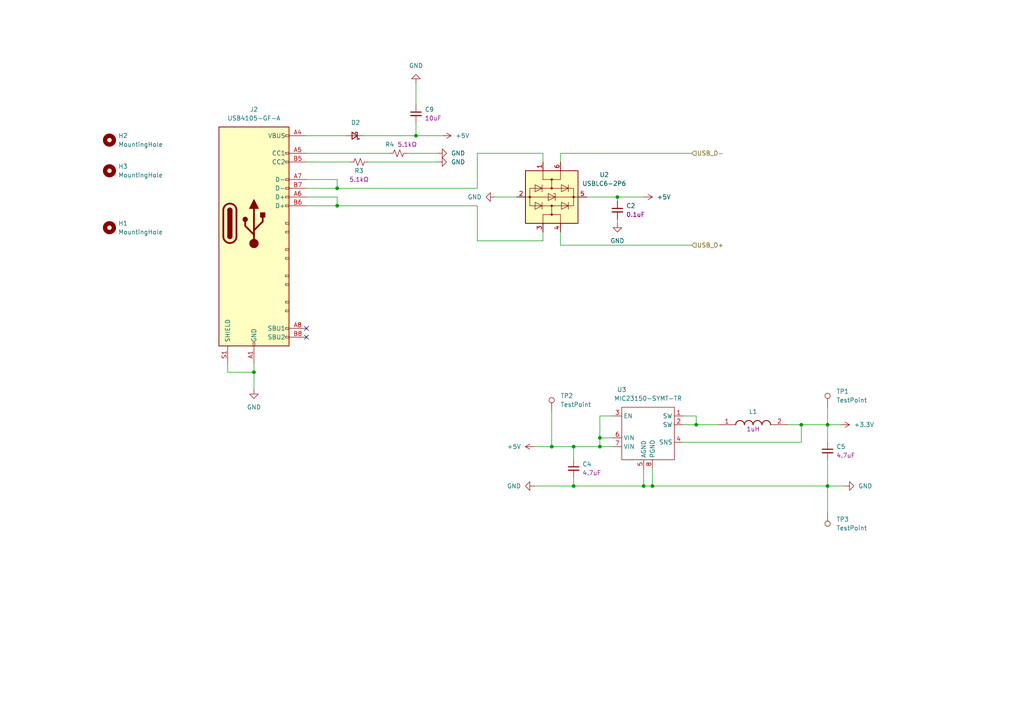
<source format=kicad_sch>
(kicad_sch (version 20230121) (generator eeschema)
  (paper "A4")
  (lib_symbols
    (symbol "Connector:TestPoint" (pin_numbers hide) (pin_names (offset 0.762) hide)
      (property "Reference" "TP" (at 0 6.858 0))
      (property "Value" "TestPoint" (at 0 5.08 0))
      (symbol "TestPoint_0_1"
        (circle (center 0 3.302) (radius 0.762))
      )
      (symbol "TestPoint_1_1"
        (pin passive line (at 0 0 90) (length 2.54) (name "1") (number "1"))
      )
    )
    (symbol "Connector:USB_C_Receptacle" (pin_names (offset 1.016))
      (property "Reference" "J1" (at 0 33.02 0))
      (property "Value" "USB4105-GF-A" (at 0 30.48 0))
      (symbol "USB_C_Receptacle_0_0"
        (rectangle (start -0.254 -35.56) (end 0.254 -34.544))
        (rectangle (start 10.16 -32.766) (end 9.144 -33.274))
        (rectangle (start 10.16 -30.226) (end 9.144 -30.734))
        (rectangle (start 10.16 -25.146) (end 9.144 -25.654))
        (rectangle (start 10.16 -22.606) (end 9.144 -23.114))
        (rectangle (start 10.16 -17.526) (end 9.144 -18.034))
        (rectangle (start 10.16 -14.986) (end 9.144 -15.494))
        (rectangle (start 10.16 -9.906) (end 9.144 -10.414))
        (rectangle (start 10.16 -7.366) (end 9.144 -7.874))
        (rectangle (start 10.16 -2.286) (end 9.144 -2.794))
        (rectangle (start 10.16 0.254) (end 9.144 -0.254))
        (rectangle (start 10.16 5.334) (end 9.144 4.826))
        (rectangle (start 10.16 7.874) (end 9.144 7.366))
        (rectangle (start 10.16 10.414) (end 9.144 9.906))
        (rectangle (start 10.16 12.954) (end 9.144 12.446))
        (rectangle (start 10.16 18.034) (end 9.144 17.526))
        (rectangle (start 10.16 20.574) (end 9.144 20.066))
        (rectangle (start 10.16 25.654) (end 9.144 25.146))
      )
      (symbol "USB_C_Receptacle_0_1"
        (rectangle (start -10.16 27.94) (end 10.16 -35.56) (stroke (width 0.254)) (fill (type background)))
        (arc (start -8.89 -3.81) (mid -6.985 -5.7067) (end -5.08 -3.81) (stroke (width 0.508)))
        (arc (start -7.62 -3.81) (mid -6.985 -4.4423) (end -6.35 -3.81) (stroke (width 0.254)))
        (arc (start -7.62 -3.81) (mid -6.985 -4.4423) (end -6.35 -3.81) (stroke (width 0.254)) (fill (type outline)))
        (rectangle (start -7.62 -3.81) (end -6.35 3.81) (stroke (width 0.254)) (fill (type outline)))
        (arc (start -6.35 3.81) (mid -6.985 4.4423) (end -7.62 3.81) (stroke (width 0.254)))
        (arc (start -6.35 3.81) (mid -6.985 4.4423) (end -7.62 3.81) (stroke (width 0.254)) (fill (type outline)))
        (arc (start -5.08 3.81) (mid -6.985 5.7067) (end -8.89 3.81) (stroke (width 0.508)))
        (polyline (pts (xy -8.89 -3.81) (xy -8.89 3.81)) (stroke (width 0.508)))
        (polyline (pts (xy -5.08 3.81) (xy -5.08 -3.81)) (stroke (width 0.508)))
      )
      (symbol "USB_C_Receptacle_1_1"
        (circle (center -2.54 1.143) (radius 0.635) (stroke (width 0.254)) (fill (type outline)))
        (circle (center 0 -5.842) (radius 1.27) (fill (type outline)))
        (polyline (pts (xy 0 -5.842) (xy 0 4.318)) (stroke (width 0.508)))
        (polyline (pts (xy 0 -3.302) (xy -2.54 -0.762) (xy -2.54 0.508)) (stroke (width 0.508)))
        (polyline (pts (xy 0 -2.032) (xy 2.54 0.508) (xy 2.54 1.778)) (stroke (width 0.508)))
        (polyline (pts (xy -1.27 4.318) (xy 0 6.858) (xy 1.27 4.318) (xy -1.27 4.318)) (stroke (width 0.254)) (fill (type outline)))
        (rectangle (start 1.905 1.778) (end 3.175 3.048) (stroke (width 0.254)) (fill (type outline)))
        (pin passive line (at 0 -40.64 90) (length 5.08) (name "GND") (number "A1"))
        (pin passive line (at 0 -40.64 90) (length 5.08) hide (name "GND") (number "A12"))
        (pin passive line (at 15.24 25.4 180) (length 5.08) (name "VBUS") (number "A4"))
        (pin bidirectional line (at 15.24 20.32 180) (length 5.08) (name "CC1") (number "A5"))
        (pin bidirectional line (at 15.24 7.62 180) (length 5.08) (name "D+") (number "A6"))
        (pin bidirectional line (at 15.24 12.7 180) (length 5.08) (name "D-") (number "A7"))
        (pin bidirectional line (at 15.24 -30.48 180) (length 5.08) (name "SBU1") (number "A8"))
        (pin passive line (at 15.24 25.4 180) (length 5.08) hide (name "VBUS") (number "A9"))
        (pin passive line (at 0 -40.64 90) (length 5.08) hide (name "GND") (number "B1"))
        (pin passive line (at 0 -40.64 90) (length 5.08) hide (name "GND") (number "B12"))
        (pin passive line (at 15.24 25.4 180) (length 5.08) hide (name "VBUS") (number "B4"))
        (pin bidirectional line (at 15.24 17.78 180) (length 5.08) (name "CC2") (number "B5"))
        (pin bidirectional line (at 15.24 5.08 180) (length 5.08) (name "D+") (number "B6"))
        (pin bidirectional line (at 15.24 10.16 180) (length 5.08) (name "D-") (number "B7"))
        (pin bidirectional line (at 15.24 -33.02 180) (length 5.08) (name "SBU2") (number "B8"))
        (pin passive line (at 15.24 25.4 180) (length 5.08) hide (name "VBUS") (number "B9"))
        (pin passive line (at -7.62 -40.64 90) (length 5.08) (name "SHIELD") (number "S1"))
      )
    )
    (symbol "Mechanical:MountingHole" (pin_names (offset 1.016))
      (property "Reference" "H" (at 0 5.08 0))
      (property "Value" "MountingHole" (at 0 3.175 0))
      (symbol "MountingHole_0_1"
        (circle (center 0 0) (radius 1.27) (stroke (width 1.27)))
      )
    )
    (symbol "Power_Protection:USBLC6-2P6" (pin_names hide)
      (property "Reference" "U" (at 2.54 8.89 0))
      (property "Value" "USBLC6-2P6" (at 2.54 -8.89 0))
      (symbol "USBLC6-2P6_0_1"
        (rectangle (start -7.62 -7.62) (end 7.62 7.62) (stroke (width 0.254)) (fill (type background)))
        (circle (center -5.08 0) (radius 0.254) (fill (type outline)))
        (circle (center -2.54 0) (radius 0.254) (fill (type outline)))
        (rectangle (start -2.54 6.35) (end 2.54 -6.35))
        (circle (center 0 -6.35) (radius 0.254) (fill (type outline)))
        (polyline (pts (xy -5.08 -2.54) (xy -7.62 -2.54)))
        (polyline (pts (xy -5.08 0) (xy -5.08 -2.54)))
        (polyline (pts (xy -5.08 2.54) (xy -7.62 2.54)))
        (polyline (pts (xy -1.524 -2.794) (xy -3.556 -2.794)))
        (polyline (pts (xy -1.524 4.826) (xy -3.556 4.826)))
        (polyline (pts (xy 0 -7.62) (xy 0 -6.35)))
        (polyline (pts (xy 0 -6.35) (xy 0 1.27)))
        (polyline (pts (xy 0 1.27) (xy 0 6.35)))
        (polyline (pts (xy 0 6.35) (xy 0 7.62)))
        (polyline (pts (xy 1.524 -2.794) (xy 3.556 -2.794)))
        (polyline (pts (xy 1.524 4.826) (xy 3.556 4.826)))
        (polyline (pts (xy 5.08 -2.54) (xy 7.62 -2.54)))
        (polyline (pts (xy 5.08 0) (xy 5.08 -2.54)))
        (polyline (pts (xy 5.08 2.54) (xy 7.62 2.54)))
        (polyline (pts (xy -2.54 0) (xy -5.08 0) (xy -5.08 2.54)))
        (polyline (pts (xy 2.54 0) (xy 5.08 0) (xy 5.08 2.54)))
        (polyline (pts (xy -3.556 -4.826) (xy -1.524 -4.826) (xy -2.54 -2.794) (xy -3.556 -4.826)))
        (polyline (pts (xy -3.556 2.794) (xy -1.524 2.794) (xy -2.54 4.826) (xy -3.556 2.794)))
        (polyline (pts (xy -1.016 -1.016) (xy 1.016 -1.016) (xy 0 1.016) (xy -1.016 -1.016)))
        (polyline (pts (xy 1.016 1.016) (xy 0.762 1.016) (xy -1.016 1.016) (xy -1.016 0.508)))
        (polyline (pts (xy 3.556 -4.826) (xy 1.524 -4.826) (xy 2.54 -2.794) (xy 3.556 -4.826)))
        (polyline (pts (xy 3.556 2.794) (xy 1.524 2.794) (xy 2.54 4.826) (xy 3.556 2.794)))
        (circle (center 0 6.35) (radius 0.254) (fill (type outline)))
        (circle (center 2.54 0) (radius 0.254) (fill (type outline)))
        (circle (center 5.08 0) (radius 0.254) (fill (type outline)))
      )
      (symbol "USBLC6-2P6_1_1"
        (pin passive line (at -10.16 -2.54 0) (length 2.54) (name "I/O1") (number "1"))
        (pin passive line (at 0 -10.16 90) (length 2.54) (name "GND") (number "2"))
        (pin passive line (at 10.16 -2.54 180) (length 2.54) (name "I/O2") (number "3"))
        (pin passive line (at 10.16 2.54 180) (length 2.54) (name "I/O2") (number "4"))
        (pin passive line (at 0 10.16 270) (length 2.54) (name "VBUS") (number "5"))
        (pin passive line (at -10.16 2.54 0) (length 2.54) (name "I/O1") (number "6"))
      )
    )
    (symbol "downloaded_parts:CL21A106KOQNNNE" (pin_numbers hide) (pin_names (offset 0.254) hide)
      (property "Reference" "C" (at 2.794 1.778 0))
      (property "Capacitance" "10uF" (at 5.08 0 0))
      (symbol "CL21A106KOQNNNE_0_1"
        (polyline (pts (xy -1.524 -0.508) (xy 1.524 -0.508)) (stroke (width 0.3302)))
        (polyline (pts (xy -1.524 0.508) (xy 1.524 0.508)) (stroke (width 0.3048)))
      )
      (symbol "CL21A106KOQNNNE_1_1"
        (pin passive line (at 0 2.54 270) (length 2.032) (name "~") (number "1"))
        (pin passive line (at 0 -2.54 90) (length 2.032) (name "~") (number "2"))
      )
    )
    (symbol "downloaded_parts:CL21A475KAQNNNE" (pin_numbers hide) (pin_names (offset 0.254) hide)
      (property "Reference" "C" (at 2.794 1.778 0))
      (property "Capacitance" "4.7uF" (at 5.08 0 0))
      (symbol "CL21A475KAQNNNE_0_1"
        (polyline (pts (xy -1.524 -0.508) (xy 1.524 -0.508)) (stroke (width 0.3302)))
        (polyline (pts (xy -1.524 0.508) (xy 1.524 0.508)) (stroke (width 0.3048)))
      )
      (symbol "CL21A475KAQNNNE_1_1"
        (pin passive line (at 0 2.54 270) (length 2.032) (name "~") (number "1"))
        (pin passive line (at 0 -2.54 90) (length 2.032) (name "~") (number "2"))
      )
    )
    (symbol "downloaded_parts:CL21B104KBCNNNC" (pin_numbers hide) (pin_names (offset 0.254) hide)
      (property "Reference" "C" (at 2.794 1.778 0))
      (property "Capacitance" "0.1uF" (at 5.08 0 0))
      (symbol "CL21B104KBCNNNC_0_1"
        (polyline (pts (xy -1.524 -0.508) (xy 1.524 -0.508)) (stroke (width 0.3302)))
        (polyline (pts (xy -1.524 0.508) (xy 1.524 0.508)) (stroke (width 0.3048)))
      )
      (symbol "CL21B104KBCNNNC_1_1"
        (pin passive line (at 0 2.54 270) (length 2.032) (name "~") (number "1"))
        (pin passive line (at 0 -2.54 90) (length 2.032) (name "~") (number "2"))
      )
    )
    (symbol "downloaded_parts:MBR230LS" (pin_numbers hide) (pin_names (offset 0.254) hide)
      (property "Reference" "D" (at -1.27 2.032 0))
      (symbol "MBR230LS_0_1"
        (polyline (pts (xy -0.762 0) (xy 0.762 0)))
        (polyline (pts (xy 0.762 -1.016) (xy -0.762 0) (xy 0.762 1.016) (xy 0.762 -1.016)) (stroke (width 0.254)))
        (polyline (pts (xy -1.27 0.762) (xy -1.27 1.016) (xy -0.762 1.016) (xy -0.762 -1.016) (xy -0.254 -1.016) (xy -0.254 -0.762)) (stroke (width 0.254)))
      )
      (symbol "MBR230LS_1_1"
        (pin passive line (at -2.54 0 0) (length 1.778) (name "K") (number "1"))
        (pin passive line (at 2.54 0 180) (length 1.778) (name "A") (number "2"))
      )
    )
    (symbol "downloaded_parts:MIC23150-SYMT-TR"
      (property "Reference" "U" (at -8.89 11.43 0))
      (property "Value" "MIC23150-SYMT-TR" (at 0 8.89 0))
      (symbol "MIC23150-SYMT-TR_0_1"
        (rectangle (start -7.62 7.62) (end 7.62 -7.62))
      )
      (symbol "MIC23150-SYMT-TR_1_1"
        (pin power_out line (at 10.16 5.08 180) (length 2.54) (name "SW") (number "1"))
        (pin power_out line (at 10.16 2.54 180) (length 2.54) (name "SW") (number "2"))
        (pin input line (at -10.16 5.08 0) (length 2.54) (name "EN") (number "3"))
        (pin input line (at 10.16 -2.54 180) (length 2.54) (name "SNS") (number "4"))
        (pin passive line (at -1.27 -10.16 90) (length 2.54) (name "AGND") (number "5"))
        (pin power_in line (at -10.16 -1.27 0) (length 2.54) (name "VIN") (number "6"))
        (pin power_in line (at -10.16 -3.81 0) (length 2.54) (name "VIN") (number "7"))
        (pin passive line (at 1.27 -10.16 90) (length 2.54) (name "PGND") (number "8"))
      )
    )
    (symbol "downloaded_parts:NRS3015T1R0NNGHV" (pin_names hide)
      (property "Reference" "L" (at 5.08 5.08 0))
      (property "Inductance" "1uH" (at 10.16 -2.54 0))
      (symbol "NRS3015T1R0NNGHV_1_1"
        (arc (start 7.62 0) (mid 6.35 1.219) (end 5.08 0) (stroke (width 0.254)))
        (arc (start 10.16 0) (mid 8.89 1.219) (end 7.62 0) (stroke (width 0.254)))
        (arc (start 12.7 0) (mid 11.43 1.219) (end 10.16 0) (stroke (width 0.254)))
        (arc (start 15.24 0) (mid 13.97 1.219) (end 12.7 0) (stroke (width 0.254)))
        (pin passive line (at 0 0 0) (length 5.08) (name "1") (number "1"))
        (pin passive line (at 20.32 0 180) (length 5.08) (name "2") (number "2"))
      )
    )
    (symbol "downloaded_parts:RC0805FR-075K1L" (pin_numbers hide) (pin_names (offset 0.254) hide)
      (property "Reference" "R" (at 1.27 0.508 0))
      (property "Resistance" "5.1kΩ" (at 5.588 0.508 0))
      (symbol "RC0805FR-075K1L_1_1"
        (polyline (pts (xy 0 0) (xy 1.016 -0.381) (xy 0 -0.762) (xy -1.016 -1.143) (xy 0 -1.524)))
        (polyline (pts (xy 0 1.524) (xy 1.016 1.143) (xy 0 0.762) (xy -1.016 0.381) (xy 0 0)))
        (pin passive line (at 0 2.54 270) (length 1.016) (name "~") (number "1"))
        (pin passive line (at 0 -2.54 90) (length 1.016) (name "~") (number "2"))
      )
    )
    (symbol "power:+3.3V" (power) (pin_names (offset 0))
      (property "Value" "+3.3V" (at 0 3.556 0))
      (symbol "+3.3V_0_1"
        (polyline (pts (xy -0.762 1.27) (xy 0 2.54)))
        (polyline (pts (xy 0 0) (xy 0 2.54)))
        (polyline (pts (xy 0 2.54) (xy 0.762 1.27)))
      )
      (symbol "+3.3V_1_1"
        (pin power_in line (at 0 0 90) (length 0) hide (name "+3.3V") (number "1"))
      )
    )
    (symbol "power:+5V" (power) (pin_names (offset 0))
      (property "Value" "+5V" (at 0 3.556 0))
      (symbol "+5V_0_1"
        (polyline (pts (xy -0.762 1.27) (xy 0 2.54)))
        (polyline (pts (xy 0 0) (xy 0 2.54)))
        (polyline (pts (xy 0 2.54) (xy 0.762 1.27)))
      )
      (symbol "+5V_1_1"
        (pin power_in line (at 0 0 90) (length 0) hide (name "+5V") (number "1"))
      )
    )
    (symbol "power:GND" (power) (pin_names (offset 0))
      (property "Value" "GND" (at 0 -3.81 0))
      (symbol "GND_0_1"
        (polyline (pts (xy 0 0) (xy 0 -1.27) (xy 1.27 -1.27) (xy 0 -2.54) (xy -1.27 -1.27) (xy 0 -1.27)))
      )
      (symbol "GND_1_1"
        (pin power_in line (at 0 0 270) (length 0) hide (name "GND") (number "1"))
      )
    )
  )
  (junction (at 240.03 123.19))
  (junction (at 173.99 129.54))
  (junction (at 166.37 129.54))
  (junction (at 166.37 140.97))
  (junction (at 232.41 123.19))
  (junction (at 73.66 107.95))
  (junction (at 160.02 129.54))
  (junction (at 189.23 140.97))
  (junction (at 97.79 59.69))
  (junction (at 179.07 57.15))
  (junction (at 186.69 140.97))
  (junction (at 173.99 127))
  (junction (at 240.03 140.97))
  (junction (at 97.79 54.61))
  (junction (at 120.65 39.37))
  (junction (at 201.93 123.19))
  (no_connect (at 88.9 97.79))
  (no_connect (at 88.9 95.25))
  (wire (pts (xy 66.04 107.95) (xy 73.66 107.95)))
  (wire (pts (xy 157.48 67.31) (xy 157.48 69.85)))
  (wire (pts (xy 157.48 44.45) (xy 157.48 46.99)))
  (wire (pts (xy 166.37 129.54) (xy 173.99 129.54)))
  (wire (pts (xy 228.6 123.19) (xy 232.41 123.19)))
  (wire (pts (xy 198.12 120.65) (xy 201.93 120.65)))
  (wire (pts (xy 189.23 135.89) (xy 189.23 140.97)))
  (wire (pts (xy 88.9 59.69) (xy 97.79 59.69)))
  (wire (pts (xy 157.48 69.85) (xy 138.43 69.85)))
  (wire (pts (xy 173.99 129.54) (xy 177.8 129.54)))
  (wire (pts (xy 201.93 120.65) (xy 201.93 123.19)))
  (wire (pts (xy 73.66 105.41) (xy 73.66 107.95)))
  (wire (pts (xy 198.12 128.27) (xy 232.41 128.27)))
  (wire (pts (xy 240.03 140.97) (xy 245.11 140.97)))
  (wire (pts (xy 105.41 39.37) (xy 120.65 39.37)))
  (wire (pts (xy 106.68 46.99) (xy 127 46.99)))
  (wire (pts (xy 240.03 118.11) (xy 240.03 123.19)))
  (wire (pts (xy 179.07 57.15) (xy 179.07 58.42)))
  (wire (pts (xy 170.18 57.15) (xy 179.07 57.15)))
  (wire (pts (xy 97.79 52.07) (xy 97.79 54.61)))
  (wire (pts (xy 97.79 54.61) (xy 138.43 54.61)))
  (wire (pts (xy 120.65 35.56) (xy 120.65 39.37)))
  (wire (pts (xy 177.8 120.65) (xy 173.99 120.65)))
  (wire (pts (xy 166.37 140.97) (xy 186.69 140.97)))
  (wire (pts (xy 232.41 128.27) (xy 232.41 123.19)))
  (wire (pts (xy 88.9 39.37) (xy 100.33 39.37)))
  (wire (pts (xy 240.03 123.19) (xy 240.03 128.27)))
  (wire (pts (xy 173.99 120.65) (xy 173.99 127)))
  (wire (pts (xy 162.56 71.12) (xy 200.66 71.12)))
  (wire (pts (xy 97.79 59.69) (xy 138.43 59.69)))
  (wire (pts (xy 201.93 123.19) (xy 208.28 123.19)))
  (wire (pts (xy 154.94 129.54) (xy 160.02 129.54)))
  (wire (pts (xy 138.43 54.61) (xy 138.43 44.45)))
  (wire (pts (xy 240.03 140.97) (xy 240.03 148.59)))
  (wire (pts (xy 198.12 123.19) (xy 201.93 123.19)))
  (wire (pts (xy 232.41 123.19) (xy 240.03 123.19)))
  (wire (pts (xy 118.11 44.45) (xy 127 44.45)))
  (wire (pts (xy 120.65 24.13) (xy 120.65 30.48)))
  (wire (pts (xy 143.51 57.15) (xy 149.86 57.15)))
  (wire (pts (xy 88.9 46.99) (xy 101.6 46.99)))
  (wire (pts (xy 88.9 44.45) (xy 113.03 44.45)))
  (wire (pts (xy 179.07 57.15) (xy 186.69 57.15)))
  (wire (pts (xy 160.02 129.54) (xy 166.37 129.54)))
  (wire (pts (xy 186.69 135.89) (xy 186.69 140.97)))
  (wire (pts (xy 240.03 123.19) (xy 243.84 123.19)))
  (wire (pts (xy 189.23 140.97) (xy 240.03 140.97)))
  (wire (pts (xy 120.65 39.37) (xy 128.27 39.37)))
  (wire (pts (xy 240.03 133.35) (xy 240.03 140.97)))
  (wire (pts (xy 66.04 105.41) (xy 66.04 107.95)))
  (wire (pts (xy 162.56 67.31) (xy 162.56 71.12)))
  (wire (pts (xy 162.56 46.99) (xy 162.56 44.45)))
  (wire (pts (xy 138.43 69.85) (xy 138.43 59.69)))
  (wire (pts (xy 154.94 140.97) (xy 166.37 140.97)))
  (wire (pts (xy 179.07 63.5) (xy 179.07 64.77)))
  (wire (pts (xy 88.9 54.61) (xy 97.79 54.61)))
  (wire (pts (xy 186.69 140.97) (xy 189.23 140.97)))
  (wire (pts (xy 160.02 119.38) (xy 160.02 129.54)))
  (wire (pts (xy 88.9 52.07) (xy 97.79 52.07)))
  (wire (pts (xy 166.37 129.54) (xy 166.37 133.35)))
  (wire (pts (xy 88.9 57.15) (xy 97.79 57.15)))
  (wire (pts (xy 166.37 138.43) (xy 166.37 140.97)))
  (wire (pts (xy 173.99 127) (xy 173.99 129.54)))
  (wire (pts (xy 162.56 44.45) (xy 200.66 44.45)))
  (wire (pts (xy 97.79 57.15) (xy 97.79 59.69)))
  (wire (pts (xy 177.8 127) (xy 173.99 127)))
  (wire (pts (xy 138.43 44.45) (xy 157.48 44.45)))
  (wire (pts (xy 73.66 107.95) (xy 73.66 113.03)))
  (hierarchical_label "USB_D-" (shape input) (at 200.66 44.45 0))
  (hierarchical_label "USB_D+" (shape input) (at 200.66 71.12 0))
  (symbol (lib_id "power:GND") (at 127 46.99 90) (unit 1)
    (property "Reference" "#PWR010" (effects hide))
    (property "Value" "GND" (at 130.81 46.99 90) (effects (justify right)))
    (instances (project "esp32s3-microsd-devkit" (path "" (reference "#PWR010") (unit 1))) (project "el-p" (path "" (reference "#PWR03") (unit 1))))
  )
  (symbol (lib_id "power:GND") (at 120.65 24.13 180) (unit 1)
    (property "Reference" "#PWR019" (effects hide))
    (property "Value" "GND" (at 120.65 19.05 0))
  )
  (symbol (lib_id "Mechanical:MountingHole") (at 31.75 66.04 0) (unit 1)
    (property "Reference" "H1" (at 34.29 64.77 0) (effects (justify left)))
    (property "Value" "MountingHole" (at 34.29 67.31 0) (effects (justify left)))
    (property "Footprint" "MountingHole:MountingHole_2.2mm_M2_ISO7380_Pad" (effects hide))
  )
  (symbol (lib_id "Connector:TestPoint") (at 240.03 118.11 0) (unit 1)
    (property "Reference" "TP1" (at 242.57 113.538 0) (effects (justify left)))
    (property "Value" "TestPoint" (at 242.57 116.078 0) (effects (justify left)))
    (property "Footprint" "TestPoint:TestPoint_Pad_1.5x1.5mm" (effects hide))
  )
  (symbol (lib_id "power:GND") (at 154.94 140.97 270) (unit 1)
    (property "Reference" "#PWR06" (effects hide))
    (property "Value" "GND" (at 151.13 140.97 90) (effects (justify right)))
    (instances (project "esp32s3-microsd-devkit" (path "" (reference "#PWR06") (unit 1))) (project "el-p" (path "" (reference "#PWR011") (unit 1))))
  )
  (symbol (lib_id "downloaded_parts:CL21A106KOQNNNE") (at 120.65 33.02 0) (unit 1)
    (property "Reference" "C9" (at 123.19 31.7563 0) (effects (justify left)))
    (property "Value" "CL21A106KOQNNNE" (effects hide))
    (property "Footprint" "dowloaded_parts:0805_cap" (effects hide))
    (property "Datasheet" "https://media.digikey.com/pdf/Data%20Sheets/Samsung%20PDFs/CL21A106KOQNNNE_Spec.pdf" (effects hide))
    (property "Capacitance" "10uF" (at 123.19 34.2963 0) (effects (justify left)))
    (property "Tolerance" "20%" (effects hide))
    (property "Voltage" "16v" (effects hide))
  )
  (symbol (lib_id "downloaded_parts:CL21B104KBCNNNC") (at 179.07 60.96 0) (unit 1)
    (property "Reference" "C2" (at 181.61 59.6963 0) (effects (justify left)))
    (property "Value" "CL21B104KBCNNNC" (effects hide))
    (property "Footprint" "dowloaded_parts:0805_cap" (effects hide))
    (property "Datasheet" "https://media.digikey.com/pdf/Data%20Sheets/Samsung%20PDFs/CL21B104KBCNNN_Spec.pdf" (effects hide))
    (property "Capacitance" "0.1uF" (at 181.61 62.2363 0) (effects (justify left)))
    (property "Tolerance" "10%" (effects hide))
    (property "Voltage" "50v" (effects hide))
    (instances (project "esp32s3-microsd-devkit" (path "" (reference "C2") (unit 1))) (project "el-p" (path "" (reference "C1") (unit 1))))
  )
  (symbol (lib_id "power:GND") (at 143.51 57.15 270) (unit 1)
    (property "Reference" "#PWR012" (effects hide))
    (property "Value" "GND" (at 139.7 57.15 90) (effects (justify right)))
    (instances (project "esp32s3-microsd-devkit" (path "" (reference "#PWR012") (unit 1))) (project "el-p" (path "" (reference "#PWR05") (unit 1))))
  )
  (symbol (lib_id "downloaded_parts:MIC23150-SYMT-TR") (at 187.96 125.73 0) (unit 1)
    (property "Reference" "U3" (at 180.34 113.03 0))
    (property "Value" "MIC23150-SYMT-TR" (at 187.96 115.57 0))
    (property "Footprint" "dowloaded_parts:MLF-8_MT_MCH" (effects hide))
    (property "Datasheet" "https://ww1.microchip.com/downloads/en/DeviceDoc/mic23150.pdf" (effects hide))
    (instances (project "esp32s3-microsd-devkit" (path "" (reference "U3") (unit 1))) (project "el-p" (path "" (reference "U2") (unit 1))))
  )
  (symbol (lib_id "downloaded_parts:NRS3015T1R0NNGHV") (at 208.28 123.19 0) (unit 1)
    (property "Reference" "L1" (at 218.44 119.38 0))
    (property "Value" "NRS3015T1R0NNGHV" (effects hide))
    (property "Footprint" "dowloaded_parts:IND_NRS3015T100MNGHV_TAY" (effects hide))
    (property "Datasheet" "https://media.digikey.com/pdf/Data%20Sheets/Taiyo%20Yuden%20PDFs%20URL%20links/NRS3015T1R0NNGHV_SS.pdf" (effects hide))
    (property "Height" "1.8" (effects hide))
    (property "Manufacturer_Name" "TAIYO YUDEN" (effects hide))
    (property "Manufacturer_Part_Number" "NR4018T4R7M" (effects hide))
    (property "Mouser Part Number" "963-NR4018T4R7M" (effects hide))
    (property "Mouser Price/Stock" "https://www.mouser.co.uk/ProductDetail/Taiyo-Yuden/NR4018T4R7M?qs=PzICbMaShUdXiPkZXpFKnQ%3D%3D" (effects hide))
    (property "Inductance" "1uH" (at 218.44 124.46 0))
  )
  (symbol (lib_id "power:+5V") (at 186.69 57.15 270) (unit 1)
    (property "Reference" "#PWR014" (effects hide))
    (property "Value" "+5V" (at 190.5 57.15 90) (effects (justify left)))
    (instances (project "esp32s3-microsd-devkit" (path "" (reference "#PWR014") (unit 1))) (project "el-p" (path "" (reference "#PWR07") (unit 1))))
  )
  (symbol (lib_id "Connector:TestPoint") (at 240.03 148.59 180) (unit 1)
    (property "Reference" "TP3" (at 242.57 150.622 0) (effects (justify right)))
    (property "Value" "TestPoint" (at 242.57 153.162 0) (effects (justify right)))
    (property "Footprint" "TestPoint:TestPoint_Pad_1.5x1.5mm" (effects hide))
  )
  (symbol (lib_id "Connector:TestPoint") (at 160.02 119.38 0) (unit 1)
    (property "Reference" "TP2" (at 162.56 114.808 0) (effects (justify left)))
    (property "Value" "TestPoint" (at 162.56 117.348 0) (effects (justify left)))
    (property "Footprint" "TestPoint:TestPoint_Pad_1.5x1.5mm" (effects hide))
  )
  (symbol (lib_id "power:+5V") (at 154.94 129.54 90) (unit 1)
    (property "Reference" "#PWR05" (effects hide))
    (property "Value" "+5V" (at 151.13 129.54 90) (effects (justify left)))
    (instances (project "esp32s3-microsd-devkit" (path "" (reference "#PWR05") (unit 1))) (project "el-p" (path "" (reference "#PWR08") (unit 1))))
  )
  (symbol (lib_id "Mechanical:MountingHole") (at 31.75 40.64 0) (unit 1)
    (property "Reference" "H2" (at 34.29 39.37 0) (effects (justify left)))
    (property "Value" "MountingHole" (at 34.29 41.91 0) (effects (justify left)))
    (property "Footprint" "MountingHole:MountingHole_2.2mm_M2_ISO7380_Pad" (effects hide))
  )
  (symbol (lib_id "power:+3.3V") (at 243.84 123.19 270) (unit 1)
    (property "Reference" "#PWR07" (effects hide))
    (property "Value" "+3.3V" (at 247.65 123.19 90) (effects (justify left)))
    (instances (project "esp32s3-microsd-devkit" (path "" (reference "#PWR07") (unit 1))) (project "el-p" (path "" (reference "#PWR09") (unit 1))))
  )
  (symbol (lib_id "downloaded_parts:RC0805FR-075K1L") (at 115.57 44.45 90) (unit 1)
    (property "Reference" "R4" (at 113.03 41.91 90))
    (property "Value" "RC0805FR-075K1L" (effects hide))
    (property "Footprint" "Resistor_SMD:R_0805_2012Metric_Pad1.20x1.40mm_HandSolder" (effects hide))
    (property "Datasheet" "https://www.yageo.com/upload/media/product/productsearch/datasheet/rchip/PYu-RC_Group_51_RoHS_L_12.pdf" (effects hide))
    (property "Resistance" "5.1kΩ" (at 118.11 41.91 90))
    (property "Store Page" "https://www.digikey.com/en/products/detail/yageo/RC0805FR-134K7L/13694180" (effects hide))
    (instances (project "esp32s3-microsd-devkit" (path "" (reference "R4") (unit 1))) (project "el-p" (path "" (reference "R2") (unit 1))))
  )
  (symbol (lib_id "downloaded_parts:CL21A475KAQNNNE") (at 166.37 135.89 0) (unit 1)
    (property "Reference" "C4" (at 168.91 134.6263 0) (effects (justify left)))
    (property "Value" "CL21A475KAQNNNE" (effects hide))
    (property "Footprint" "dowloaded_parts:0805_cap" (effects hide))
    (property "Datasheet" "https://media.digikey.com/pdf/Data%20Sheets/Samsung%20PDFs/CL21A106KOQNNNE_Spec.pdf" (effects hide))
    (property "Capacitance" "4.7uF" (at 168.91 137.1663 0) (effects (justify left)))
    (property "Tolerance" "10%" (effects hide))
    (property "Voltage" "25v" (effects hide))
    (instances (project "esp32s3-microsd-devkit" (path "" (reference "C4") (unit 1))) (project "el-p" (path "" (reference "C3") (unit 1))))
  )
  (symbol (lib_id "power:GND") (at 179.07 64.77 0) (unit 1)
    (property "Reference" "#PWR013" (effects hide))
    (property "Value" "GND" (at 179.07 69.85 0))
    (instances (project "esp32s3-microsd-devkit" (path "" (reference "#PWR013") (unit 1))) (project "el-p" (path "" (reference "#PWR06") (unit 1))))
  )
  (symbol (lib_id "downloaded_parts:RC0805FR-075K1L") (at 104.14 46.99 90) (unit 1)
    (property "Reference" "R3" (at 104.14 49.53 90))
    (property "Value" "RC0805FR-075K1L" (effects hide))
    (property "Footprint" "Resistor_SMD:R_0805_2012Metric_Pad1.20x1.40mm_HandSolder" (effects hide))
    (property "Datasheet" "https://www.yageo.com/upload/media/product/productsearch/datasheet/rchip/PYu-RC_Group_51_RoHS_L_12.pdf" (effects hide))
    (property "Resistance" "5.1kΩ" (at 104.14 52.07 90))
    (property "Store Page" "https://www.digikey.com/en/products/detail/yageo/RC0805FR-134K7L/13694180" (effects hide))
    (instances (project "esp32s3-microsd-devkit" (path "" (reference "R3") (unit 1))) (project "el-p" (path "" (reference "R1") (unit 1))))
  )
  (symbol (lib_id "power:GND") (at 245.11 140.97 90) (unit 1)
    (property "Reference" "#PWR015" (effects hide))
    (property "Value" "GND" (at 248.92 140.97 90) (effects (justify right)))
    (instances (project "esp32s3-microsd-devkit" (path "" (reference "#PWR015") (unit 1))) (project "el-p" (path "" (reference "#PWR010") (unit 1))))
  )
  (symbol (lib_id "power:+5V") (at 128.27 39.37 270) (unit 1)
    (property "Reference" "#PWR011" (effects hide))
    (property "Value" "+5V" (at 132.08 39.37 90) (effects (justify left)))
    (instances (project "esp32s3-microsd-devkit" (path "" (reference "#PWR011") (unit 1))) (project "el-p" (path "" (reference "#PWR04") (unit 1))))
  )
  (symbol (lib_id "downloaded_parts:CL21A475KAQNNNE") (at 240.03 130.81 0) (unit 1)
    (property "Reference" "C5" (at 242.57 129.5463 0) (effects (justify left)))
    (property "Value" "CL21A475KAQNNNE" (effects hide))
    (property "Footprint" "dowloaded_parts:0805_cap" (effects hide))
    (property "Datasheet" "https://media.digikey.com/pdf/Data%20Sheets/Samsung%20PDFs/CL21A106KOQNNNE_Spec.pdf" (effects hide))
    (property "Capacitance" "4.7uF" (at 242.57 132.0863 0) (effects (justify left)))
    (property "Tolerance" "10%" (effects hide))
    (property "Voltage" "25v" (effects hide))
    (instances (project "esp32s3-microsd-devkit" (path "" (reference "C5") (unit 1))) (project "el-p" (path "" (reference "C2") (unit 1))))
  )
  (symbol (lib_id "downloaded_parts:MBR230LS") (at 102.87 39.37 180) (unit 1)
    (property "Reference" "D2" (at 103.124 35.56 0))
    (property "Value" "B0540WS-TP" (effects hide))
    (property "Footprint" "Diode_SMD:D_SOD-123" (effects hide))
    (property "Datasheet" "https://www.smc-diodes.com/propdf/MBR230LS%20N1466%20REV.A.pdf" (effects hide))
    (property "Forward Voltage" "500mV" (effects hide))
    (property "Current" "2A" (effects hide))
    (property "Voltage" "40V" (effects hide))
    (property "Reverse Voltage" "30V" (effects hide))
  )
  (symbol (lib_id "power:GND") (at 127 44.45 90) (unit 1)
    (property "Reference" "#PWR09" (effects hide))
    (property "Value" "GND" (at 130.81 44.45 90) (effects (justify right)))
    (instances (project "esp32s3-microsd-devkit" (path "" (reference "#PWR09") (unit 1))) (project "el-p" (path "" (reference "#PWR02") (unit 1))))
  )
  (symbol (lib_id "power:GND") (at 73.66 113.03 0) (unit 1)
    (property "Reference" "#PWR08" (effects hide))
    (property "Value" "GND" (at 73.66 118.11 0))
    (instances (project "esp32s3-microsd-devkit" (path "" (reference "#PWR08") (unit 1))) (project "el-p" (path "" (reference "#PWR01") (unit 1))))
  )
  (symbol (lib_id "Power_Protection:USBLC6-2P6") (at 160.02 57.15 270) (unit 1)
    (property "Reference" "U2" (at 175.26 50.6983 90))
    (property "Value" "USBLC6-2P6" (at 175.26 53.2383 90))
    (property "Footprint" "Package_TO_SOT_SMD:SOT-666" (effects hide))
    (property "Datasheet" "https://www.st.com/resource/en/datasheet/usblc6-2.pdf" (effects hide))
    (instances (project "esp32s3-microsd-devkit" (path "" (reference "U2") (unit 1))) (project "el-p" (path "" (reference "U1") (unit 1))))
  )
  (symbol (lib_id "Mechanical:MountingHole") (at 31.75 49.53 0) (unit 1)
    (property "Reference" "H3" (at 34.29 48.26 0) (effects (justify left)))
    (property "Value" "MountingHole" (at 34.29 50.8 0) (effects (justify left)))
    (property "Footprint" "MountingHole:MountingHole_2.2mm_M2_ISO7380_Pad" (effects hide))
  )
  (symbol (lib_id "Connector:USB_C_Receptacle") (at 73.66 64.77 0) (unit 1)
    (property "Reference" "J2" (at 73.66 31.75 0))
    (property "Value" "USB4105-GF-A" (at 73.66 34.29 0))
    (property "Footprint" "Connector_USB:USB_C_Receptacle_GCT_USB4105-xx-A_16P_TopMnt_Horizontal" (effects hide))
    (property "Datasheet" "https://media.digikey.com/pdf/Data%20Sheets/GCT%20PDFs/USB4105%20-%20Product%20Drawing.pdf" (effects hide))
    (instances (project "esp32s3-microsd-devkit" (path "" (reference "J2") (unit 1))) (project "el-p" (path "" (reference "J1") (unit 1))))
  )
)
</source>
